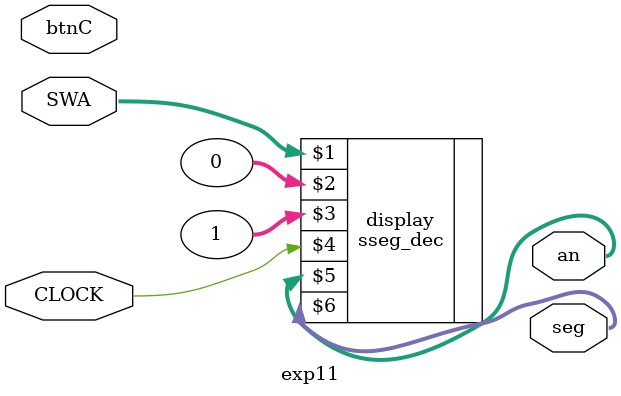
<source format=v>
`timescale 1ns / 1ps

/*
module sseg_dec( input [7:0] ALU_VAL, 
				 input SIGN,
				 input VALID,
                 input CLK,
                 output [3:0] DISP_EN,
                 output [7:0] SEGMENTS);
*/
                 
module exp11(
input CLOCK,
input [7:0] SWA,
input btnC,

output [3:0] an,
output [6:0] seg
    );

reg [7:0] dFlopInput;

sseg_dec display( SWA, 0, 1, CLOCK, an, seg );

always @ (posedge CLOCK)
begin
    if(btnC == 1'b1)
        dFlopInput =  SWA;
end

endmodule

</source>
